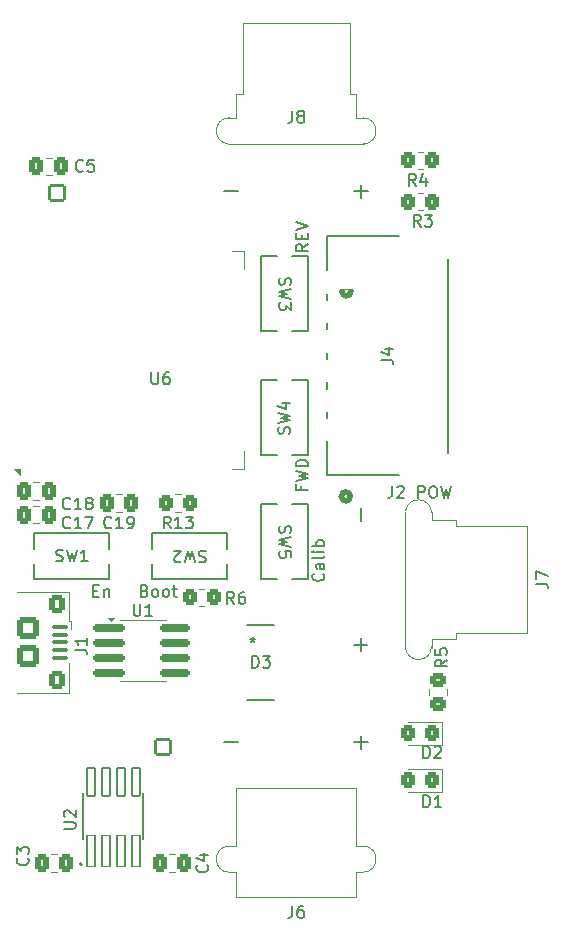
<source format=gto>
%TF.GenerationSoftware,KiCad,Pcbnew,8.0.1-8.0.1-1~ubuntu22.04.1*%
%TF.CreationDate,2024-04-21T23:11:14-04:00*%
%TF.ProjectId,arm_drive_j2,61726d5f-6472-4697-9665-5f6a322e6b69,rev?*%
%TF.SameCoordinates,Original*%
%TF.FileFunction,Legend,Top*%
%TF.FilePolarity,Positive*%
%FSLAX46Y46*%
G04 Gerber Fmt 4.6, Leading zero omitted, Abs format (unit mm)*
G04 Created by KiCad (PCBNEW 8.0.1-8.0.1-1~ubuntu22.04.1) date 2024-04-21 23:11:14*
%MOMM*%
%LPD*%
G01*
G04 APERTURE LIST*
G04 Aperture macros list*
%AMRoundRect*
0 Rectangle with rounded corners*
0 $1 Rounding radius*
0 $2 $3 $4 $5 $6 $7 $8 $9 X,Y pos of 4 corners*
0 Add a 4 corners polygon primitive as box body*
4,1,4,$2,$3,$4,$5,$6,$7,$8,$9,$2,$3,0*
0 Add four circle primitives for the rounded corners*
1,1,$1+$1,$2,$3*
1,1,$1+$1,$4,$5*
1,1,$1+$1,$6,$7*
1,1,$1+$1,$8,$9*
0 Add four rect primitives between the rounded corners*
20,1,$1+$1,$2,$3,$4,$5,0*
20,1,$1+$1,$4,$5,$6,$7,0*
20,1,$1+$1,$6,$7,$8,$9,0*
20,1,$1+$1,$8,$9,$2,$3,0*%
G04 Aperture macros list end*
%ADD10C,0.150000*%
%ADD11C,0.120000*%
%ADD12C,0.152400*%
%ADD13C,0.508000*%
%ADD14C,0.127000*%
%ADD15C,0.200000*%
%ADD16RoundRect,0.250000X-0.350000X-0.450000X0.350000X-0.450000X0.350000X0.450000X-0.350000X0.450000X0*%
%ADD17RoundRect,0.250000X0.337500X0.475000X-0.337500X0.475000X-0.337500X-0.475000X0.337500X-0.475000X0*%
%ADD18RoundRect,0.250000X0.325000X0.450000X-0.325000X0.450000X-0.325000X-0.450000X0.325000X-0.450000X0*%
%ADD19RoundRect,0.250000X0.350000X0.450000X-0.350000X0.450000X-0.350000X-0.450000X0.350000X-0.450000X0*%
%ADD20R,3.911600X1.803400*%
%ADD21R,4.495800X1.295400*%
%ADD22C,1.400000*%
%ADD23R,3.500000X3.500000*%
%ADD24C,3.500000*%
%ADD25R,0.609600X1.511300*%
%ADD26R,1.511300X0.609600*%
%ADD27R,0.900000X1.500000*%
%ADD28R,1.500000X0.900000*%
%ADD29R,3.900000X3.900000*%
%ADD30RoundRect,0.055580X0.341420X-1.316420X0.341420X1.316420X-0.341420X1.316420X-0.341420X-1.316420X0*%
%ADD31RoundRect,0.055580X0.341420X-1.191420X0.341420X1.191420X-0.341420X1.191420X-0.341420X-1.191420X0*%
%ADD32RoundRect,0.150000X-1.225000X-0.150000X1.225000X-0.150000X1.225000X0.150000X-1.225000X0.150000X0*%
%ADD33RoundRect,0.150000X-1.100000X-0.150000X1.100000X-0.150000X1.100000X0.150000X-1.100000X0.150000X0*%
%ADD34RoundRect,0.250000X-0.450000X0.350000X-0.450000X-0.350000X0.450000X-0.350000X0.450000X0.350000X0*%
%ADD35RoundRect,0.100000X-0.575000X0.100000X-0.575000X-0.100000X0.575000X-0.100000X0.575000X0.100000X0*%
%ADD36O,1.600000X0.900000*%
%ADD37RoundRect,0.250000X-0.450000X0.550000X-0.450000X-0.550000X0.450000X-0.550000X0.450000X0.550000X0*%
%ADD38RoundRect,0.250000X-0.700000X0.700000X-0.700000X-0.700000X0.700000X-0.700000X0.700000X0.700000X0*%
%ADD39RoundRect,0.250000X-0.337500X-0.475000X0.337500X-0.475000X0.337500X0.475000X-0.337500X0.475000X0*%
%ADD40R,2.704600X1.549400*%
%ADD41R,2.704600X1.524700*%
%ADD42C,2.600000*%
%ADD43C,3.800000*%
%ADD44C,3.350000*%
%ADD45RoundRect,0.102000X-0.634000X-0.634000X0.634000X-0.634000X0.634000X0.634000X-0.634000X0.634000X0*%
%ADD46C,1.472000*%
%ADD47R,2.400000X2.400000*%
%ADD48C,2.400000*%
%ADD49RoundRect,0.102000X0.634000X0.634000X-0.634000X0.634000X-0.634000X-0.634000X0.634000X-0.634000X0*%
G04 APERTURE END LIST*
D10*
X39946009Y-49069108D02*
X39946009Y-49402441D01*
X40469819Y-49402441D02*
X39469819Y-49402441D01*
X39469819Y-49402441D02*
X39469819Y-48926251D01*
X39469819Y-48640536D02*
X40469819Y-48402441D01*
X40469819Y-48402441D02*
X39755533Y-48211965D01*
X39755533Y-48211965D02*
X40469819Y-48021489D01*
X40469819Y-48021489D02*
X39469819Y-47783394D01*
X40469819Y-47402441D02*
X39469819Y-47402441D01*
X39469819Y-47402441D02*
X39469819Y-47164346D01*
X39469819Y-47164346D02*
X39517438Y-47021489D01*
X39517438Y-47021489D02*
X39612676Y-46926251D01*
X39612676Y-46926251D02*
X39707914Y-46878632D01*
X39707914Y-46878632D02*
X39898390Y-46831013D01*
X39898390Y-46831013D02*
X40041247Y-46831013D01*
X40041247Y-46831013D02*
X40231723Y-46878632D01*
X40231723Y-46878632D02*
X40326961Y-46926251D01*
X40326961Y-46926251D02*
X40422200Y-47021489D01*
X40422200Y-47021489D02*
X40469819Y-47164346D01*
X40469819Y-47164346D02*
X40469819Y-47402441D01*
X47622493Y-49069819D02*
X47622493Y-49784104D01*
X47622493Y-49784104D02*
X47574874Y-49926961D01*
X47574874Y-49926961D02*
X47479636Y-50022200D01*
X47479636Y-50022200D02*
X47336779Y-50069819D01*
X47336779Y-50069819D02*
X47241541Y-50069819D01*
X48051065Y-49165057D02*
X48098684Y-49117438D01*
X48098684Y-49117438D02*
X48193922Y-49069819D01*
X48193922Y-49069819D02*
X48432017Y-49069819D01*
X48432017Y-49069819D02*
X48527255Y-49117438D01*
X48527255Y-49117438D02*
X48574874Y-49165057D01*
X48574874Y-49165057D02*
X48622493Y-49260295D01*
X48622493Y-49260295D02*
X48622493Y-49355533D01*
X48622493Y-49355533D02*
X48574874Y-49498390D01*
X48574874Y-49498390D02*
X48003446Y-50069819D01*
X48003446Y-50069819D02*
X48622493Y-50069819D01*
X49812970Y-50069819D02*
X49812970Y-49069819D01*
X49812970Y-49069819D02*
X50193922Y-49069819D01*
X50193922Y-49069819D02*
X50289160Y-49117438D01*
X50289160Y-49117438D02*
X50336779Y-49165057D01*
X50336779Y-49165057D02*
X50384398Y-49260295D01*
X50384398Y-49260295D02*
X50384398Y-49403152D01*
X50384398Y-49403152D02*
X50336779Y-49498390D01*
X50336779Y-49498390D02*
X50289160Y-49546009D01*
X50289160Y-49546009D02*
X50193922Y-49593628D01*
X50193922Y-49593628D02*
X49812970Y-49593628D01*
X51003446Y-49069819D02*
X51193922Y-49069819D01*
X51193922Y-49069819D02*
X51289160Y-49117438D01*
X51289160Y-49117438D02*
X51384398Y-49212676D01*
X51384398Y-49212676D02*
X51432017Y-49403152D01*
X51432017Y-49403152D02*
X51432017Y-49736485D01*
X51432017Y-49736485D02*
X51384398Y-49926961D01*
X51384398Y-49926961D02*
X51289160Y-50022200D01*
X51289160Y-50022200D02*
X51193922Y-50069819D01*
X51193922Y-50069819D02*
X51003446Y-50069819D01*
X51003446Y-50069819D02*
X50908208Y-50022200D01*
X50908208Y-50022200D02*
X50812970Y-49926961D01*
X50812970Y-49926961D02*
X50765351Y-49736485D01*
X50765351Y-49736485D02*
X50765351Y-49403152D01*
X50765351Y-49403152D02*
X50812970Y-49212676D01*
X50812970Y-49212676D02*
X50908208Y-49117438D01*
X50908208Y-49117438D02*
X51003446Y-49069819D01*
X51765351Y-49069819D02*
X52003446Y-50069819D01*
X52003446Y-50069819D02*
X52193922Y-49355533D01*
X52193922Y-49355533D02*
X52384398Y-50069819D01*
X52384398Y-50069819D02*
X52622494Y-49069819D01*
X40478019Y-28593442D02*
X40001828Y-28926775D01*
X40478019Y-29164870D02*
X39478019Y-29164870D01*
X39478019Y-29164870D02*
X39478019Y-28783918D01*
X39478019Y-28783918D02*
X39525638Y-28688680D01*
X39525638Y-28688680D02*
X39573257Y-28641061D01*
X39573257Y-28641061D02*
X39668495Y-28593442D01*
X39668495Y-28593442D02*
X39811352Y-28593442D01*
X39811352Y-28593442D02*
X39906590Y-28641061D01*
X39906590Y-28641061D02*
X39954209Y-28688680D01*
X39954209Y-28688680D02*
X40001828Y-28783918D01*
X40001828Y-28783918D02*
X40001828Y-29164870D01*
X39954209Y-28164870D02*
X39954209Y-27831537D01*
X40478019Y-27688680D02*
X40478019Y-28164870D01*
X40478019Y-28164870D02*
X39478019Y-28164870D01*
X39478019Y-28164870D02*
X39478019Y-27688680D01*
X39478019Y-27402965D02*
X40478019Y-27069632D01*
X40478019Y-27069632D02*
X39478019Y-26736299D01*
X41774580Y-56491792D02*
X41822200Y-56539411D01*
X41822200Y-56539411D02*
X41869819Y-56682268D01*
X41869819Y-56682268D02*
X41869819Y-56777506D01*
X41869819Y-56777506D02*
X41822200Y-56920363D01*
X41822200Y-56920363D02*
X41726961Y-57015601D01*
X41726961Y-57015601D02*
X41631723Y-57063220D01*
X41631723Y-57063220D02*
X41441247Y-57110839D01*
X41441247Y-57110839D02*
X41298390Y-57110839D01*
X41298390Y-57110839D02*
X41107914Y-57063220D01*
X41107914Y-57063220D02*
X41012676Y-57015601D01*
X41012676Y-57015601D02*
X40917438Y-56920363D01*
X40917438Y-56920363D02*
X40869819Y-56777506D01*
X40869819Y-56777506D02*
X40869819Y-56682268D01*
X40869819Y-56682268D02*
X40917438Y-56539411D01*
X40917438Y-56539411D02*
X40965057Y-56491792D01*
X41869819Y-55634649D02*
X41346009Y-55634649D01*
X41346009Y-55634649D02*
X41250771Y-55682268D01*
X41250771Y-55682268D02*
X41203152Y-55777506D01*
X41203152Y-55777506D02*
X41203152Y-55967982D01*
X41203152Y-55967982D02*
X41250771Y-56063220D01*
X41822200Y-55634649D02*
X41869819Y-55729887D01*
X41869819Y-55729887D02*
X41869819Y-55967982D01*
X41869819Y-55967982D02*
X41822200Y-56063220D01*
X41822200Y-56063220D02*
X41726961Y-56110839D01*
X41726961Y-56110839D02*
X41631723Y-56110839D01*
X41631723Y-56110839D02*
X41536485Y-56063220D01*
X41536485Y-56063220D02*
X41488866Y-55967982D01*
X41488866Y-55967982D02*
X41488866Y-55729887D01*
X41488866Y-55729887D02*
X41441247Y-55634649D01*
X41869819Y-55015601D02*
X41822200Y-55110839D01*
X41822200Y-55110839D02*
X41726961Y-55158458D01*
X41726961Y-55158458D02*
X40869819Y-55158458D01*
X41869819Y-54634648D02*
X41203152Y-54634648D01*
X40869819Y-54634648D02*
X40917438Y-54682267D01*
X40917438Y-54682267D02*
X40965057Y-54634648D01*
X40965057Y-54634648D02*
X40917438Y-54587029D01*
X40917438Y-54587029D02*
X40869819Y-54634648D01*
X40869819Y-54634648D02*
X40965057Y-54634648D01*
X41869819Y-54158458D02*
X40869819Y-54158458D01*
X41250771Y-54158458D02*
X41203152Y-54063220D01*
X41203152Y-54063220D02*
X41203152Y-53872744D01*
X41203152Y-53872744D02*
X41250771Y-53777506D01*
X41250771Y-53777506D02*
X41298390Y-53729887D01*
X41298390Y-53729887D02*
X41393628Y-53682268D01*
X41393628Y-53682268D02*
X41679342Y-53682268D01*
X41679342Y-53682268D02*
X41774580Y-53729887D01*
X41774580Y-53729887D02*
X41822200Y-53777506D01*
X41822200Y-53777506D02*
X41869819Y-53872744D01*
X41869819Y-53872744D02*
X41869819Y-54063220D01*
X41869819Y-54063220D02*
X41822200Y-54158458D01*
X22336779Y-57946009D02*
X22670112Y-57946009D01*
X22812969Y-58469819D02*
X22336779Y-58469819D01*
X22336779Y-58469819D02*
X22336779Y-57469819D01*
X22336779Y-57469819D02*
X22812969Y-57469819D01*
X23241541Y-57803152D02*
X23241541Y-58469819D01*
X23241541Y-57898390D02*
X23289160Y-57850771D01*
X23289160Y-57850771D02*
X23384398Y-57803152D01*
X23384398Y-57803152D02*
X23527255Y-57803152D01*
X23527255Y-57803152D02*
X23622493Y-57850771D01*
X23622493Y-57850771D02*
X23670112Y-57946009D01*
X23670112Y-57946009D02*
X23670112Y-58469819D01*
X26670112Y-57946009D02*
X26812969Y-57993628D01*
X26812969Y-57993628D02*
X26860588Y-58041247D01*
X26860588Y-58041247D02*
X26908207Y-58136485D01*
X26908207Y-58136485D02*
X26908207Y-58279342D01*
X26908207Y-58279342D02*
X26860588Y-58374580D01*
X26860588Y-58374580D02*
X26812969Y-58422200D01*
X26812969Y-58422200D02*
X26717731Y-58469819D01*
X26717731Y-58469819D02*
X26336779Y-58469819D01*
X26336779Y-58469819D02*
X26336779Y-57469819D01*
X26336779Y-57469819D02*
X26670112Y-57469819D01*
X26670112Y-57469819D02*
X26765350Y-57517438D01*
X26765350Y-57517438D02*
X26812969Y-57565057D01*
X26812969Y-57565057D02*
X26860588Y-57660295D01*
X26860588Y-57660295D02*
X26860588Y-57755533D01*
X26860588Y-57755533D02*
X26812969Y-57850771D01*
X26812969Y-57850771D02*
X26765350Y-57898390D01*
X26765350Y-57898390D02*
X26670112Y-57946009D01*
X26670112Y-57946009D02*
X26336779Y-57946009D01*
X27479636Y-58469819D02*
X27384398Y-58422200D01*
X27384398Y-58422200D02*
X27336779Y-58374580D01*
X27336779Y-58374580D02*
X27289160Y-58279342D01*
X27289160Y-58279342D02*
X27289160Y-57993628D01*
X27289160Y-57993628D02*
X27336779Y-57898390D01*
X27336779Y-57898390D02*
X27384398Y-57850771D01*
X27384398Y-57850771D02*
X27479636Y-57803152D01*
X27479636Y-57803152D02*
X27622493Y-57803152D01*
X27622493Y-57803152D02*
X27717731Y-57850771D01*
X27717731Y-57850771D02*
X27765350Y-57898390D01*
X27765350Y-57898390D02*
X27812969Y-57993628D01*
X27812969Y-57993628D02*
X27812969Y-58279342D01*
X27812969Y-58279342D02*
X27765350Y-58374580D01*
X27765350Y-58374580D02*
X27717731Y-58422200D01*
X27717731Y-58422200D02*
X27622493Y-58469819D01*
X27622493Y-58469819D02*
X27479636Y-58469819D01*
X28384398Y-58469819D02*
X28289160Y-58422200D01*
X28289160Y-58422200D02*
X28241541Y-58374580D01*
X28241541Y-58374580D02*
X28193922Y-58279342D01*
X28193922Y-58279342D02*
X28193922Y-57993628D01*
X28193922Y-57993628D02*
X28241541Y-57898390D01*
X28241541Y-57898390D02*
X28289160Y-57850771D01*
X28289160Y-57850771D02*
X28384398Y-57803152D01*
X28384398Y-57803152D02*
X28527255Y-57803152D01*
X28527255Y-57803152D02*
X28622493Y-57850771D01*
X28622493Y-57850771D02*
X28670112Y-57898390D01*
X28670112Y-57898390D02*
X28717731Y-57993628D01*
X28717731Y-57993628D02*
X28717731Y-58279342D01*
X28717731Y-58279342D02*
X28670112Y-58374580D01*
X28670112Y-58374580D02*
X28622493Y-58422200D01*
X28622493Y-58422200D02*
X28527255Y-58469819D01*
X28527255Y-58469819D02*
X28384398Y-58469819D01*
X29003446Y-57803152D02*
X29384398Y-57803152D01*
X29146303Y-57469819D02*
X29146303Y-58326961D01*
X29146303Y-58326961D02*
X29193922Y-58422200D01*
X29193922Y-58422200D02*
X29289160Y-58469819D01*
X29289160Y-58469819D02*
X29384398Y-58469819D01*
X49633333Y-23654819D02*
X49300000Y-23178628D01*
X49061905Y-23654819D02*
X49061905Y-22654819D01*
X49061905Y-22654819D02*
X49442857Y-22654819D01*
X49442857Y-22654819D02*
X49538095Y-22702438D01*
X49538095Y-22702438D02*
X49585714Y-22750057D01*
X49585714Y-22750057D02*
X49633333Y-22845295D01*
X49633333Y-22845295D02*
X49633333Y-22988152D01*
X49633333Y-22988152D02*
X49585714Y-23083390D01*
X49585714Y-23083390D02*
X49538095Y-23131009D01*
X49538095Y-23131009D02*
X49442857Y-23178628D01*
X49442857Y-23178628D02*
X49061905Y-23178628D01*
X50490476Y-22988152D02*
X50490476Y-23654819D01*
X50252381Y-22607200D02*
X50014286Y-23321485D01*
X50014286Y-23321485D02*
X50633333Y-23321485D01*
X23857142Y-52559580D02*
X23809523Y-52607200D01*
X23809523Y-52607200D02*
X23666666Y-52654819D01*
X23666666Y-52654819D02*
X23571428Y-52654819D01*
X23571428Y-52654819D02*
X23428571Y-52607200D01*
X23428571Y-52607200D02*
X23333333Y-52511961D01*
X23333333Y-52511961D02*
X23285714Y-52416723D01*
X23285714Y-52416723D02*
X23238095Y-52226247D01*
X23238095Y-52226247D02*
X23238095Y-52083390D01*
X23238095Y-52083390D02*
X23285714Y-51892914D01*
X23285714Y-51892914D02*
X23333333Y-51797676D01*
X23333333Y-51797676D02*
X23428571Y-51702438D01*
X23428571Y-51702438D02*
X23571428Y-51654819D01*
X23571428Y-51654819D02*
X23666666Y-51654819D01*
X23666666Y-51654819D02*
X23809523Y-51702438D01*
X23809523Y-51702438D02*
X23857142Y-51750057D01*
X24809523Y-52654819D02*
X24238095Y-52654819D01*
X24523809Y-52654819D02*
X24523809Y-51654819D01*
X24523809Y-51654819D02*
X24428571Y-51797676D01*
X24428571Y-51797676D02*
X24333333Y-51892914D01*
X24333333Y-51892914D02*
X24238095Y-51940533D01*
X25285714Y-52654819D02*
X25476190Y-52654819D01*
X25476190Y-52654819D02*
X25571428Y-52607200D01*
X25571428Y-52607200D02*
X25619047Y-52559580D01*
X25619047Y-52559580D02*
X25714285Y-52416723D01*
X25714285Y-52416723D02*
X25761904Y-52226247D01*
X25761904Y-52226247D02*
X25761904Y-51845295D01*
X25761904Y-51845295D02*
X25714285Y-51750057D01*
X25714285Y-51750057D02*
X25666666Y-51702438D01*
X25666666Y-51702438D02*
X25571428Y-51654819D01*
X25571428Y-51654819D02*
X25380952Y-51654819D01*
X25380952Y-51654819D02*
X25285714Y-51702438D01*
X25285714Y-51702438D02*
X25238095Y-51750057D01*
X25238095Y-51750057D02*
X25190476Y-51845295D01*
X25190476Y-51845295D02*
X25190476Y-52083390D01*
X25190476Y-52083390D02*
X25238095Y-52178628D01*
X25238095Y-52178628D02*
X25285714Y-52226247D01*
X25285714Y-52226247D02*
X25380952Y-52273866D01*
X25380952Y-52273866D02*
X25571428Y-52273866D01*
X25571428Y-52273866D02*
X25666666Y-52226247D01*
X25666666Y-52226247D02*
X25714285Y-52178628D01*
X25714285Y-52178628D02*
X25761904Y-52083390D01*
X50261905Y-76254819D02*
X50261905Y-75254819D01*
X50261905Y-75254819D02*
X50500000Y-75254819D01*
X50500000Y-75254819D02*
X50642857Y-75302438D01*
X50642857Y-75302438D02*
X50738095Y-75397676D01*
X50738095Y-75397676D02*
X50785714Y-75492914D01*
X50785714Y-75492914D02*
X50833333Y-75683390D01*
X50833333Y-75683390D02*
X50833333Y-75826247D01*
X50833333Y-75826247D02*
X50785714Y-76016723D01*
X50785714Y-76016723D02*
X50738095Y-76111961D01*
X50738095Y-76111961D02*
X50642857Y-76207200D01*
X50642857Y-76207200D02*
X50500000Y-76254819D01*
X50500000Y-76254819D02*
X50261905Y-76254819D01*
X51785714Y-76254819D02*
X51214286Y-76254819D01*
X51500000Y-76254819D02*
X51500000Y-75254819D01*
X51500000Y-75254819D02*
X51404762Y-75397676D01*
X51404762Y-75397676D02*
X51309524Y-75492914D01*
X51309524Y-75492914D02*
X51214286Y-75540533D01*
X34233333Y-59054819D02*
X33900000Y-58578628D01*
X33661905Y-59054819D02*
X33661905Y-58054819D01*
X33661905Y-58054819D02*
X34042857Y-58054819D01*
X34042857Y-58054819D02*
X34138095Y-58102438D01*
X34138095Y-58102438D02*
X34185714Y-58150057D01*
X34185714Y-58150057D02*
X34233333Y-58245295D01*
X34233333Y-58245295D02*
X34233333Y-58388152D01*
X34233333Y-58388152D02*
X34185714Y-58483390D01*
X34185714Y-58483390D02*
X34138095Y-58531009D01*
X34138095Y-58531009D02*
X34042857Y-58578628D01*
X34042857Y-58578628D02*
X33661905Y-58578628D01*
X35090476Y-58054819D02*
X34900000Y-58054819D01*
X34900000Y-58054819D02*
X34804762Y-58102438D01*
X34804762Y-58102438D02*
X34757143Y-58150057D01*
X34757143Y-58150057D02*
X34661905Y-58292914D01*
X34661905Y-58292914D02*
X34614286Y-58483390D01*
X34614286Y-58483390D02*
X34614286Y-58864342D01*
X34614286Y-58864342D02*
X34661905Y-58959580D01*
X34661905Y-58959580D02*
X34709524Y-59007200D01*
X34709524Y-59007200D02*
X34804762Y-59054819D01*
X34804762Y-59054819D02*
X34995238Y-59054819D01*
X34995238Y-59054819D02*
X35090476Y-59007200D01*
X35090476Y-59007200D02*
X35138095Y-58959580D01*
X35138095Y-58959580D02*
X35185714Y-58864342D01*
X35185714Y-58864342D02*
X35185714Y-58626247D01*
X35185714Y-58626247D02*
X35138095Y-58531009D01*
X35138095Y-58531009D02*
X35090476Y-58483390D01*
X35090476Y-58483390D02*
X34995238Y-58435771D01*
X34995238Y-58435771D02*
X34804762Y-58435771D01*
X34804762Y-58435771D02*
X34709524Y-58483390D01*
X34709524Y-58483390D02*
X34661905Y-58531009D01*
X34661905Y-58531009D02*
X34614286Y-58626247D01*
X46708620Y-38383334D02*
X47422905Y-38383334D01*
X47422905Y-38383334D02*
X47565762Y-38430953D01*
X47565762Y-38430953D02*
X47661001Y-38526191D01*
X47661001Y-38526191D02*
X47708620Y-38669048D01*
X47708620Y-38669048D02*
X47708620Y-38764286D01*
X47041953Y-37478572D02*
X47708620Y-37478572D01*
X46661001Y-37716667D02*
X47375286Y-37954762D01*
X47375286Y-37954762D02*
X47375286Y-37335715D01*
X39166666Y-17304819D02*
X39166666Y-18019104D01*
X39166666Y-18019104D02*
X39119047Y-18161961D01*
X39119047Y-18161961D02*
X39023809Y-18257200D01*
X39023809Y-18257200D02*
X38880952Y-18304819D01*
X38880952Y-18304819D02*
X38785714Y-18304819D01*
X39785714Y-17733390D02*
X39690476Y-17685771D01*
X39690476Y-17685771D02*
X39642857Y-17638152D01*
X39642857Y-17638152D02*
X39595238Y-17542914D01*
X39595238Y-17542914D02*
X39595238Y-17495295D01*
X39595238Y-17495295D02*
X39642857Y-17400057D01*
X39642857Y-17400057D02*
X39690476Y-17352438D01*
X39690476Y-17352438D02*
X39785714Y-17304819D01*
X39785714Y-17304819D02*
X39976190Y-17304819D01*
X39976190Y-17304819D02*
X40071428Y-17352438D01*
X40071428Y-17352438D02*
X40119047Y-17400057D01*
X40119047Y-17400057D02*
X40166666Y-17495295D01*
X40166666Y-17495295D02*
X40166666Y-17542914D01*
X40166666Y-17542914D02*
X40119047Y-17638152D01*
X40119047Y-17638152D02*
X40071428Y-17685771D01*
X40071428Y-17685771D02*
X39976190Y-17733390D01*
X39976190Y-17733390D02*
X39785714Y-17733390D01*
X39785714Y-17733390D02*
X39690476Y-17781009D01*
X39690476Y-17781009D02*
X39642857Y-17828628D01*
X39642857Y-17828628D02*
X39595238Y-17923866D01*
X39595238Y-17923866D02*
X39595238Y-18114342D01*
X39595238Y-18114342D02*
X39642857Y-18209580D01*
X39642857Y-18209580D02*
X39690476Y-18257200D01*
X39690476Y-18257200D02*
X39785714Y-18304819D01*
X39785714Y-18304819D02*
X39976190Y-18304819D01*
X39976190Y-18304819D02*
X40071428Y-18257200D01*
X40071428Y-18257200D02*
X40119047Y-18209580D01*
X40119047Y-18209580D02*
X40166666Y-18114342D01*
X40166666Y-18114342D02*
X40166666Y-17923866D01*
X40166666Y-17923866D02*
X40119047Y-17828628D01*
X40119047Y-17828628D02*
X40071428Y-17781009D01*
X40071428Y-17781009D02*
X39976190Y-17733390D01*
X44428571Y-24114700D02*
X45571429Y-24114700D01*
X45000000Y-24686128D02*
X45000000Y-23543271D01*
X33428571Y-24114700D02*
X34571429Y-24114700D01*
X38092800Y-31470317D02*
X38045180Y-31613174D01*
X38045180Y-31613174D02*
X38045180Y-31851269D01*
X38045180Y-31851269D02*
X38092800Y-31946507D01*
X38092800Y-31946507D02*
X38140419Y-31994126D01*
X38140419Y-31994126D02*
X38235657Y-32041745D01*
X38235657Y-32041745D02*
X38330895Y-32041745D01*
X38330895Y-32041745D02*
X38426133Y-31994126D01*
X38426133Y-31994126D02*
X38473752Y-31946507D01*
X38473752Y-31946507D02*
X38521371Y-31851269D01*
X38521371Y-31851269D02*
X38568990Y-31660793D01*
X38568990Y-31660793D02*
X38616609Y-31565555D01*
X38616609Y-31565555D02*
X38664228Y-31517936D01*
X38664228Y-31517936D02*
X38759466Y-31470317D01*
X38759466Y-31470317D02*
X38854704Y-31470317D01*
X38854704Y-31470317D02*
X38949942Y-31517936D01*
X38949942Y-31517936D02*
X38997561Y-31565555D01*
X38997561Y-31565555D02*
X39045180Y-31660793D01*
X39045180Y-31660793D02*
X39045180Y-31898888D01*
X39045180Y-31898888D02*
X38997561Y-32041745D01*
X39045180Y-32375079D02*
X38045180Y-32613174D01*
X38045180Y-32613174D02*
X38759466Y-32803650D01*
X38759466Y-32803650D02*
X38045180Y-32994126D01*
X38045180Y-32994126D02*
X39045180Y-33232222D01*
X39045180Y-33517936D02*
X39045180Y-34136983D01*
X39045180Y-34136983D02*
X38664228Y-33803650D01*
X38664228Y-33803650D02*
X38664228Y-33946507D01*
X38664228Y-33946507D02*
X38616609Y-34041745D01*
X38616609Y-34041745D02*
X38568990Y-34089364D01*
X38568990Y-34089364D02*
X38473752Y-34136983D01*
X38473752Y-34136983D02*
X38235657Y-34136983D01*
X38235657Y-34136983D02*
X38140419Y-34089364D01*
X38140419Y-34089364D02*
X38092800Y-34041745D01*
X38092800Y-34041745D02*
X38045180Y-33946507D01*
X38045180Y-33946507D02*
X38045180Y-33660793D01*
X38045180Y-33660793D02*
X38092800Y-33565555D01*
X38092800Y-33565555D02*
X38140419Y-33517936D01*
X31833332Y-54592800D02*
X31690475Y-54545180D01*
X31690475Y-54545180D02*
X31452380Y-54545180D01*
X31452380Y-54545180D02*
X31357142Y-54592800D01*
X31357142Y-54592800D02*
X31309523Y-54640419D01*
X31309523Y-54640419D02*
X31261904Y-54735657D01*
X31261904Y-54735657D02*
X31261904Y-54830895D01*
X31261904Y-54830895D02*
X31309523Y-54926133D01*
X31309523Y-54926133D02*
X31357142Y-54973752D01*
X31357142Y-54973752D02*
X31452380Y-55021371D01*
X31452380Y-55021371D02*
X31642856Y-55068990D01*
X31642856Y-55068990D02*
X31738094Y-55116609D01*
X31738094Y-55116609D02*
X31785713Y-55164228D01*
X31785713Y-55164228D02*
X31833332Y-55259466D01*
X31833332Y-55259466D02*
X31833332Y-55354704D01*
X31833332Y-55354704D02*
X31785713Y-55449942D01*
X31785713Y-55449942D02*
X31738094Y-55497561D01*
X31738094Y-55497561D02*
X31642856Y-55545180D01*
X31642856Y-55545180D02*
X31404761Y-55545180D01*
X31404761Y-55545180D02*
X31261904Y-55497561D01*
X30928570Y-55545180D02*
X30690475Y-54545180D01*
X30690475Y-54545180D02*
X30499999Y-55259466D01*
X30499999Y-55259466D02*
X30309523Y-54545180D01*
X30309523Y-54545180D02*
X30071428Y-55545180D01*
X29738094Y-55449942D02*
X29690475Y-55497561D01*
X29690475Y-55497561D02*
X29595237Y-55545180D01*
X29595237Y-55545180D02*
X29357142Y-55545180D01*
X29357142Y-55545180D02*
X29261904Y-55497561D01*
X29261904Y-55497561D02*
X29214285Y-55449942D01*
X29214285Y-55449942D02*
X29166666Y-55354704D01*
X29166666Y-55354704D02*
X29166666Y-55259466D01*
X29166666Y-55259466D02*
X29214285Y-55116609D01*
X29214285Y-55116609D02*
X29785713Y-54545180D01*
X29785713Y-54545180D02*
X29166666Y-54545180D01*
X27238095Y-39454819D02*
X27238095Y-40264342D01*
X27238095Y-40264342D02*
X27285714Y-40359580D01*
X27285714Y-40359580D02*
X27333333Y-40407200D01*
X27333333Y-40407200D02*
X27428571Y-40454819D01*
X27428571Y-40454819D02*
X27619047Y-40454819D01*
X27619047Y-40454819D02*
X27714285Y-40407200D01*
X27714285Y-40407200D02*
X27761904Y-40359580D01*
X27761904Y-40359580D02*
X27809523Y-40264342D01*
X27809523Y-40264342D02*
X27809523Y-39454819D01*
X28714285Y-39454819D02*
X28523809Y-39454819D01*
X28523809Y-39454819D02*
X28428571Y-39502438D01*
X28428571Y-39502438D02*
X28380952Y-39550057D01*
X28380952Y-39550057D02*
X28285714Y-39692914D01*
X28285714Y-39692914D02*
X28238095Y-39883390D01*
X28238095Y-39883390D02*
X28238095Y-40264342D01*
X28238095Y-40264342D02*
X28285714Y-40359580D01*
X28285714Y-40359580D02*
X28333333Y-40407200D01*
X28333333Y-40407200D02*
X28428571Y-40454819D01*
X28428571Y-40454819D02*
X28619047Y-40454819D01*
X28619047Y-40454819D02*
X28714285Y-40407200D01*
X28714285Y-40407200D02*
X28761904Y-40359580D01*
X28761904Y-40359580D02*
X28809523Y-40264342D01*
X28809523Y-40264342D02*
X28809523Y-40026247D01*
X28809523Y-40026247D02*
X28761904Y-39931009D01*
X28761904Y-39931009D02*
X28714285Y-39883390D01*
X28714285Y-39883390D02*
X28619047Y-39835771D01*
X28619047Y-39835771D02*
X28428571Y-39835771D01*
X28428571Y-39835771D02*
X28333333Y-39883390D01*
X28333333Y-39883390D02*
X28285714Y-39931009D01*
X28285714Y-39931009D02*
X28238095Y-40026247D01*
X19166667Y-55407200D02*
X19309524Y-55454819D01*
X19309524Y-55454819D02*
X19547619Y-55454819D01*
X19547619Y-55454819D02*
X19642857Y-55407200D01*
X19642857Y-55407200D02*
X19690476Y-55359580D01*
X19690476Y-55359580D02*
X19738095Y-55264342D01*
X19738095Y-55264342D02*
X19738095Y-55169104D01*
X19738095Y-55169104D02*
X19690476Y-55073866D01*
X19690476Y-55073866D02*
X19642857Y-55026247D01*
X19642857Y-55026247D02*
X19547619Y-54978628D01*
X19547619Y-54978628D02*
X19357143Y-54931009D01*
X19357143Y-54931009D02*
X19261905Y-54883390D01*
X19261905Y-54883390D02*
X19214286Y-54835771D01*
X19214286Y-54835771D02*
X19166667Y-54740533D01*
X19166667Y-54740533D02*
X19166667Y-54645295D01*
X19166667Y-54645295D02*
X19214286Y-54550057D01*
X19214286Y-54550057D02*
X19261905Y-54502438D01*
X19261905Y-54502438D02*
X19357143Y-54454819D01*
X19357143Y-54454819D02*
X19595238Y-54454819D01*
X19595238Y-54454819D02*
X19738095Y-54502438D01*
X20071429Y-54454819D02*
X20309524Y-55454819D01*
X20309524Y-55454819D02*
X20500000Y-54740533D01*
X20500000Y-54740533D02*
X20690476Y-55454819D01*
X20690476Y-55454819D02*
X20928572Y-54454819D01*
X21833333Y-55454819D02*
X21261905Y-55454819D01*
X21547619Y-55454819D02*
X21547619Y-54454819D01*
X21547619Y-54454819D02*
X21452381Y-54597676D01*
X21452381Y-54597676D02*
X21357143Y-54692914D01*
X21357143Y-54692914D02*
X21261905Y-54740533D01*
X50261905Y-72104819D02*
X50261905Y-71104819D01*
X50261905Y-71104819D02*
X50500000Y-71104819D01*
X50500000Y-71104819D02*
X50642857Y-71152438D01*
X50642857Y-71152438D02*
X50738095Y-71247676D01*
X50738095Y-71247676D02*
X50785714Y-71342914D01*
X50785714Y-71342914D02*
X50833333Y-71533390D01*
X50833333Y-71533390D02*
X50833333Y-71676247D01*
X50833333Y-71676247D02*
X50785714Y-71866723D01*
X50785714Y-71866723D02*
X50738095Y-71961961D01*
X50738095Y-71961961D02*
X50642857Y-72057200D01*
X50642857Y-72057200D02*
X50500000Y-72104819D01*
X50500000Y-72104819D02*
X50261905Y-72104819D01*
X51214286Y-71200057D02*
X51261905Y-71152438D01*
X51261905Y-71152438D02*
X51357143Y-71104819D01*
X51357143Y-71104819D02*
X51595238Y-71104819D01*
X51595238Y-71104819D02*
X51690476Y-71152438D01*
X51690476Y-71152438D02*
X51738095Y-71200057D01*
X51738095Y-71200057D02*
X51785714Y-71295295D01*
X51785714Y-71295295D02*
X51785714Y-71390533D01*
X51785714Y-71390533D02*
X51738095Y-71533390D01*
X51738095Y-71533390D02*
X51166667Y-72104819D01*
X51166667Y-72104819D02*
X51785714Y-72104819D01*
X28857142Y-52654819D02*
X28523809Y-52178628D01*
X28285714Y-52654819D02*
X28285714Y-51654819D01*
X28285714Y-51654819D02*
X28666666Y-51654819D01*
X28666666Y-51654819D02*
X28761904Y-51702438D01*
X28761904Y-51702438D02*
X28809523Y-51750057D01*
X28809523Y-51750057D02*
X28857142Y-51845295D01*
X28857142Y-51845295D02*
X28857142Y-51988152D01*
X28857142Y-51988152D02*
X28809523Y-52083390D01*
X28809523Y-52083390D02*
X28761904Y-52131009D01*
X28761904Y-52131009D02*
X28666666Y-52178628D01*
X28666666Y-52178628D02*
X28285714Y-52178628D01*
X29809523Y-52654819D02*
X29238095Y-52654819D01*
X29523809Y-52654819D02*
X29523809Y-51654819D01*
X29523809Y-51654819D02*
X29428571Y-51797676D01*
X29428571Y-51797676D02*
X29333333Y-51892914D01*
X29333333Y-51892914D02*
X29238095Y-51940533D01*
X30142857Y-51654819D02*
X30761904Y-51654819D01*
X30761904Y-51654819D02*
X30428571Y-52035771D01*
X30428571Y-52035771D02*
X30571428Y-52035771D01*
X30571428Y-52035771D02*
X30666666Y-52083390D01*
X30666666Y-52083390D02*
X30714285Y-52131009D01*
X30714285Y-52131009D02*
X30761904Y-52226247D01*
X30761904Y-52226247D02*
X30761904Y-52464342D01*
X30761904Y-52464342D02*
X30714285Y-52559580D01*
X30714285Y-52559580D02*
X30666666Y-52607200D01*
X30666666Y-52607200D02*
X30571428Y-52654819D01*
X30571428Y-52654819D02*
X30285714Y-52654819D01*
X30285714Y-52654819D02*
X30190476Y-52607200D01*
X30190476Y-52607200D02*
X30142857Y-52559580D01*
X19819819Y-78086904D02*
X20629342Y-78086904D01*
X20629342Y-78086904D02*
X20724580Y-78039285D01*
X20724580Y-78039285D02*
X20772200Y-77991666D01*
X20772200Y-77991666D02*
X20819819Y-77896428D01*
X20819819Y-77896428D02*
X20819819Y-77705952D01*
X20819819Y-77705952D02*
X20772200Y-77610714D01*
X20772200Y-77610714D02*
X20724580Y-77563095D01*
X20724580Y-77563095D02*
X20629342Y-77515476D01*
X20629342Y-77515476D02*
X19819819Y-77515476D01*
X19915057Y-77086904D02*
X19867438Y-77039285D01*
X19867438Y-77039285D02*
X19819819Y-76944047D01*
X19819819Y-76944047D02*
X19819819Y-76705952D01*
X19819819Y-76705952D02*
X19867438Y-76610714D01*
X19867438Y-76610714D02*
X19915057Y-76563095D01*
X19915057Y-76563095D02*
X20010295Y-76515476D01*
X20010295Y-76515476D02*
X20105533Y-76515476D01*
X20105533Y-76515476D02*
X20248390Y-76563095D01*
X20248390Y-76563095D02*
X20819819Y-77134523D01*
X20819819Y-77134523D02*
X20819819Y-76515476D01*
X39166666Y-84619819D02*
X39166666Y-85334104D01*
X39166666Y-85334104D02*
X39119047Y-85476961D01*
X39119047Y-85476961D02*
X39023809Y-85572200D01*
X39023809Y-85572200D02*
X38880952Y-85619819D01*
X38880952Y-85619819D02*
X38785714Y-85619819D01*
X40071428Y-84619819D02*
X39880952Y-84619819D01*
X39880952Y-84619819D02*
X39785714Y-84667438D01*
X39785714Y-84667438D02*
X39738095Y-84715057D01*
X39738095Y-84715057D02*
X39642857Y-84857914D01*
X39642857Y-84857914D02*
X39595238Y-85048390D01*
X39595238Y-85048390D02*
X39595238Y-85429342D01*
X39595238Y-85429342D02*
X39642857Y-85524580D01*
X39642857Y-85524580D02*
X39690476Y-85572200D01*
X39690476Y-85572200D02*
X39785714Y-85619819D01*
X39785714Y-85619819D02*
X39976190Y-85619819D01*
X39976190Y-85619819D02*
X40071428Y-85572200D01*
X40071428Y-85572200D02*
X40119047Y-85524580D01*
X40119047Y-85524580D02*
X40166666Y-85429342D01*
X40166666Y-85429342D02*
X40166666Y-85191247D01*
X40166666Y-85191247D02*
X40119047Y-85096009D01*
X40119047Y-85096009D02*
X40071428Y-85048390D01*
X40071428Y-85048390D02*
X39976190Y-85000771D01*
X39976190Y-85000771D02*
X39785714Y-85000771D01*
X39785714Y-85000771D02*
X39690476Y-85048390D01*
X39690476Y-85048390D02*
X39642857Y-85096009D01*
X39642857Y-85096009D02*
X39595238Y-85191247D01*
X44428571Y-70779700D02*
X45571429Y-70779700D01*
X45000000Y-71351128D02*
X45000000Y-70208271D01*
X33428571Y-70779700D02*
X34571429Y-70779700D01*
X50033333Y-27104819D02*
X49700000Y-26628628D01*
X49461905Y-27104819D02*
X49461905Y-26104819D01*
X49461905Y-26104819D02*
X49842857Y-26104819D01*
X49842857Y-26104819D02*
X49938095Y-26152438D01*
X49938095Y-26152438D02*
X49985714Y-26200057D01*
X49985714Y-26200057D02*
X50033333Y-26295295D01*
X50033333Y-26295295D02*
X50033333Y-26438152D01*
X50033333Y-26438152D02*
X49985714Y-26533390D01*
X49985714Y-26533390D02*
X49938095Y-26581009D01*
X49938095Y-26581009D02*
X49842857Y-26628628D01*
X49842857Y-26628628D02*
X49461905Y-26628628D01*
X50366667Y-26104819D02*
X50985714Y-26104819D01*
X50985714Y-26104819D02*
X50652381Y-26485771D01*
X50652381Y-26485771D02*
X50795238Y-26485771D01*
X50795238Y-26485771D02*
X50890476Y-26533390D01*
X50890476Y-26533390D02*
X50938095Y-26581009D01*
X50938095Y-26581009D02*
X50985714Y-26676247D01*
X50985714Y-26676247D02*
X50985714Y-26914342D01*
X50985714Y-26914342D02*
X50938095Y-27009580D01*
X50938095Y-27009580D02*
X50890476Y-27057200D01*
X50890476Y-27057200D02*
X50795238Y-27104819D01*
X50795238Y-27104819D02*
X50509524Y-27104819D01*
X50509524Y-27104819D02*
X50414286Y-27057200D01*
X50414286Y-27057200D02*
X50366667Y-27009580D01*
X38092800Y-52470317D02*
X38045180Y-52613174D01*
X38045180Y-52613174D02*
X38045180Y-52851269D01*
X38045180Y-52851269D02*
X38092800Y-52946507D01*
X38092800Y-52946507D02*
X38140419Y-52994126D01*
X38140419Y-52994126D02*
X38235657Y-53041745D01*
X38235657Y-53041745D02*
X38330895Y-53041745D01*
X38330895Y-53041745D02*
X38426133Y-52994126D01*
X38426133Y-52994126D02*
X38473752Y-52946507D01*
X38473752Y-52946507D02*
X38521371Y-52851269D01*
X38521371Y-52851269D02*
X38568990Y-52660793D01*
X38568990Y-52660793D02*
X38616609Y-52565555D01*
X38616609Y-52565555D02*
X38664228Y-52517936D01*
X38664228Y-52517936D02*
X38759466Y-52470317D01*
X38759466Y-52470317D02*
X38854704Y-52470317D01*
X38854704Y-52470317D02*
X38949942Y-52517936D01*
X38949942Y-52517936D02*
X38997561Y-52565555D01*
X38997561Y-52565555D02*
X39045180Y-52660793D01*
X39045180Y-52660793D02*
X39045180Y-52898888D01*
X39045180Y-52898888D02*
X38997561Y-53041745D01*
X39045180Y-53375079D02*
X38045180Y-53613174D01*
X38045180Y-53613174D02*
X38759466Y-53803650D01*
X38759466Y-53803650D02*
X38045180Y-53994126D01*
X38045180Y-53994126D02*
X39045180Y-54232222D01*
X39045180Y-55089364D02*
X39045180Y-54613174D01*
X39045180Y-54613174D02*
X38568990Y-54565555D01*
X38568990Y-54565555D02*
X38616609Y-54613174D01*
X38616609Y-54613174D02*
X38664228Y-54708412D01*
X38664228Y-54708412D02*
X38664228Y-54946507D01*
X38664228Y-54946507D02*
X38616609Y-55041745D01*
X38616609Y-55041745D02*
X38568990Y-55089364D01*
X38568990Y-55089364D02*
X38473752Y-55136983D01*
X38473752Y-55136983D02*
X38235657Y-55136983D01*
X38235657Y-55136983D02*
X38140419Y-55089364D01*
X38140419Y-55089364D02*
X38092800Y-55041745D01*
X38092800Y-55041745D02*
X38045180Y-54946507D01*
X38045180Y-54946507D02*
X38045180Y-54708412D01*
X38045180Y-54708412D02*
X38092800Y-54613174D01*
X38092800Y-54613174D02*
X38140419Y-54565555D01*
X38907200Y-44636982D02*
X38954819Y-44494125D01*
X38954819Y-44494125D02*
X38954819Y-44256030D01*
X38954819Y-44256030D02*
X38907200Y-44160792D01*
X38907200Y-44160792D02*
X38859580Y-44113173D01*
X38859580Y-44113173D02*
X38764342Y-44065554D01*
X38764342Y-44065554D02*
X38669104Y-44065554D01*
X38669104Y-44065554D02*
X38573866Y-44113173D01*
X38573866Y-44113173D02*
X38526247Y-44160792D01*
X38526247Y-44160792D02*
X38478628Y-44256030D01*
X38478628Y-44256030D02*
X38431009Y-44446506D01*
X38431009Y-44446506D02*
X38383390Y-44541744D01*
X38383390Y-44541744D02*
X38335771Y-44589363D01*
X38335771Y-44589363D02*
X38240533Y-44636982D01*
X38240533Y-44636982D02*
X38145295Y-44636982D01*
X38145295Y-44636982D02*
X38050057Y-44589363D01*
X38050057Y-44589363D02*
X38002438Y-44541744D01*
X38002438Y-44541744D02*
X37954819Y-44446506D01*
X37954819Y-44446506D02*
X37954819Y-44208411D01*
X37954819Y-44208411D02*
X38002438Y-44065554D01*
X37954819Y-43732220D02*
X38954819Y-43494125D01*
X38954819Y-43494125D02*
X38240533Y-43303649D01*
X38240533Y-43303649D02*
X38954819Y-43113173D01*
X38954819Y-43113173D02*
X37954819Y-42875078D01*
X38288152Y-42065554D02*
X38954819Y-42065554D01*
X37907200Y-42303649D02*
X38621485Y-42541744D01*
X38621485Y-42541744D02*
X38621485Y-41922697D01*
X20357142Y-52559580D02*
X20309523Y-52607200D01*
X20309523Y-52607200D02*
X20166666Y-52654819D01*
X20166666Y-52654819D02*
X20071428Y-52654819D01*
X20071428Y-52654819D02*
X19928571Y-52607200D01*
X19928571Y-52607200D02*
X19833333Y-52511961D01*
X19833333Y-52511961D02*
X19785714Y-52416723D01*
X19785714Y-52416723D02*
X19738095Y-52226247D01*
X19738095Y-52226247D02*
X19738095Y-52083390D01*
X19738095Y-52083390D02*
X19785714Y-51892914D01*
X19785714Y-51892914D02*
X19833333Y-51797676D01*
X19833333Y-51797676D02*
X19928571Y-51702438D01*
X19928571Y-51702438D02*
X20071428Y-51654819D01*
X20071428Y-51654819D02*
X20166666Y-51654819D01*
X20166666Y-51654819D02*
X20309523Y-51702438D01*
X20309523Y-51702438D02*
X20357142Y-51750057D01*
X21309523Y-52654819D02*
X20738095Y-52654819D01*
X21023809Y-52654819D02*
X21023809Y-51654819D01*
X21023809Y-51654819D02*
X20928571Y-51797676D01*
X20928571Y-51797676D02*
X20833333Y-51892914D01*
X20833333Y-51892914D02*
X20738095Y-51940533D01*
X21642857Y-51654819D02*
X22309523Y-51654819D01*
X22309523Y-51654819D02*
X21880952Y-52654819D01*
X25738095Y-59054819D02*
X25738095Y-59864342D01*
X25738095Y-59864342D02*
X25785714Y-59959580D01*
X25785714Y-59959580D02*
X25833333Y-60007200D01*
X25833333Y-60007200D02*
X25928571Y-60054819D01*
X25928571Y-60054819D02*
X26119047Y-60054819D01*
X26119047Y-60054819D02*
X26214285Y-60007200D01*
X26214285Y-60007200D02*
X26261904Y-59959580D01*
X26261904Y-59959580D02*
X26309523Y-59864342D01*
X26309523Y-59864342D02*
X26309523Y-59054819D01*
X27309523Y-60054819D02*
X26738095Y-60054819D01*
X27023809Y-60054819D02*
X27023809Y-59054819D01*
X27023809Y-59054819D02*
X26928571Y-59197676D01*
X26928571Y-59197676D02*
X26833333Y-59292914D01*
X26833333Y-59292914D02*
X26738095Y-59340533D01*
X52254819Y-63766666D02*
X51778628Y-64099999D01*
X52254819Y-64338094D02*
X51254819Y-64338094D01*
X51254819Y-64338094D02*
X51254819Y-63957142D01*
X51254819Y-63957142D02*
X51302438Y-63861904D01*
X51302438Y-63861904D02*
X51350057Y-63814285D01*
X51350057Y-63814285D02*
X51445295Y-63766666D01*
X51445295Y-63766666D02*
X51588152Y-63766666D01*
X51588152Y-63766666D02*
X51683390Y-63814285D01*
X51683390Y-63814285D02*
X51731009Y-63861904D01*
X51731009Y-63861904D02*
X51778628Y-63957142D01*
X51778628Y-63957142D02*
X51778628Y-64338094D01*
X51254819Y-62861904D02*
X51254819Y-63338094D01*
X51254819Y-63338094D02*
X51731009Y-63385713D01*
X51731009Y-63385713D02*
X51683390Y-63338094D01*
X51683390Y-63338094D02*
X51635771Y-63242856D01*
X51635771Y-63242856D02*
X51635771Y-63004761D01*
X51635771Y-63004761D02*
X51683390Y-62909523D01*
X51683390Y-62909523D02*
X51731009Y-62861904D01*
X51731009Y-62861904D02*
X51826247Y-62814285D01*
X51826247Y-62814285D02*
X52064342Y-62814285D01*
X52064342Y-62814285D02*
X52159580Y-62861904D01*
X52159580Y-62861904D02*
X52207200Y-62909523D01*
X52207200Y-62909523D02*
X52254819Y-63004761D01*
X52254819Y-63004761D02*
X52254819Y-63242856D01*
X52254819Y-63242856D02*
X52207200Y-63338094D01*
X52207200Y-63338094D02*
X52159580Y-63385713D01*
X20357142Y-50959580D02*
X20309523Y-51007200D01*
X20309523Y-51007200D02*
X20166666Y-51054819D01*
X20166666Y-51054819D02*
X20071428Y-51054819D01*
X20071428Y-51054819D02*
X19928571Y-51007200D01*
X19928571Y-51007200D02*
X19833333Y-50911961D01*
X19833333Y-50911961D02*
X19785714Y-50816723D01*
X19785714Y-50816723D02*
X19738095Y-50626247D01*
X19738095Y-50626247D02*
X19738095Y-50483390D01*
X19738095Y-50483390D02*
X19785714Y-50292914D01*
X19785714Y-50292914D02*
X19833333Y-50197676D01*
X19833333Y-50197676D02*
X19928571Y-50102438D01*
X19928571Y-50102438D02*
X20071428Y-50054819D01*
X20071428Y-50054819D02*
X20166666Y-50054819D01*
X20166666Y-50054819D02*
X20309523Y-50102438D01*
X20309523Y-50102438D02*
X20357142Y-50150057D01*
X21309523Y-51054819D02*
X20738095Y-51054819D01*
X21023809Y-51054819D02*
X21023809Y-50054819D01*
X21023809Y-50054819D02*
X20928571Y-50197676D01*
X20928571Y-50197676D02*
X20833333Y-50292914D01*
X20833333Y-50292914D02*
X20738095Y-50340533D01*
X21880952Y-50483390D02*
X21785714Y-50435771D01*
X21785714Y-50435771D02*
X21738095Y-50388152D01*
X21738095Y-50388152D02*
X21690476Y-50292914D01*
X21690476Y-50292914D02*
X21690476Y-50245295D01*
X21690476Y-50245295D02*
X21738095Y-50150057D01*
X21738095Y-50150057D02*
X21785714Y-50102438D01*
X21785714Y-50102438D02*
X21880952Y-50054819D01*
X21880952Y-50054819D02*
X22071428Y-50054819D01*
X22071428Y-50054819D02*
X22166666Y-50102438D01*
X22166666Y-50102438D02*
X22214285Y-50150057D01*
X22214285Y-50150057D02*
X22261904Y-50245295D01*
X22261904Y-50245295D02*
X22261904Y-50292914D01*
X22261904Y-50292914D02*
X22214285Y-50388152D01*
X22214285Y-50388152D02*
X22166666Y-50435771D01*
X22166666Y-50435771D02*
X22071428Y-50483390D01*
X22071428Y-50483390D02*
X21880952Y-50483390D01*
X21880952Y-50483390D02*
X21785714Y-50531009D01*
X21785714Y-50531009D02*
X21738095Y-50578628D01*
X21738095Y-50578628D02*
X21690476Y-50673866D01*
X21690476Y-50673866D02*
X21690476Y-50864342D01*
X21690476Y-50864342D02*
X21738095Y-50959580D01*
X21738095Y-50959580D02*
X21785714Y-51007200D01*
X21785714Y-51007200D02*
X21880952Y-51054819D01*
X21880952Y-51054819D02*
X22071428Y-51054819D01*
X22071428Y-51054819D02*
X22166666Y-51007200D01*
X22166666Y-51007200D02*
X22214285Y-50959580D01*
X22214285Y-50959580D02*
X22261904Y-50864342D01*
X22261904Y-50864342D02*
X22261904Y-50673866D01*
X22261904Y-50673866D02*
X22214285Y-50578628D01*
X22214285Y-50578628D02*
X22166666Y-50531009D01*
X22166666Y-50531009D02*
X22071428Y-50483390D01*
X20779819Y-62933333D02*
X21494104Y-62933333D01*
X21494104Y-62933333D02*
X21636961Y-62980952D01*
X21636961Y-62980952D02*
X21732200Y-63076190D01*
X21732200Y-63076190D02*
X21779819Y-63219047D01*
X21779819Y-63219047D02*
X21779819Y-63314285D01*
X21779819Y-61933333D02*
X21779819Y-62504761D01*
X21779819Y-62219047D02*
X20779819Y-62219047D01*
X20779819Y-62219047D02*
X20922676Y-62314285D01*
X20922676Y-62314285D02*
X21017914Y-62409523D01*
X21017914Y-62409523D02*
X21065533Y-62504761D01*
X59804819Y-57333333D02*
X60519104Y-57333333D01*
X60519104Y-57333333D02*
X60661961Y-57380952D01*
X60661961Y-57380952D02*
X60757200Y-57476190D01*
X60757200Y-57476190D02*
X60804819Y-57619047D01*
X60804819Y-57619047D02*
X60804819Y-57714285D01*
X59804819Y-56952380D02*
X59804819Y-56285714D01*
X59804819Y-56285714D02*
X60804819Y-56714285D01*
X44964700Y-52071428D02*
X44964700Y-50928571D01*
X44964700Y-63071428D02*
X44964700Y-61928571D01*
X45536128Y-62499999D02*
X44393271Y-62499999D01*
X21433333Y-22359580D02*
X21385714Y-22407200D01*
X21385714Y-22407200D02*
X21242857Y-22454819D01*
X21242857Y-22454819D02*
X21147619Y-22454819D01*
X21147619Y-22454819D02*
X21004762Y-22407200D01*
X21004762Y-22407200D02*
X20909524Y-22311961D01*
X20909524Y-22311961D02*
X20861905Y-22216723D01*
X20861905Y-22216723D02*
X20814286Y-22026247D01*
X20814286Y-22026247D02*
X20814286Y-21883390D01*
X20814286Y-21883390D02*
X20861905Y-21692914D01*
X20861905Y-21692914D02*
X20909524Y-21597676D01*
X20909524Y-21597676D02*
X21004762Y-21502438D01*
X21004762Y-21502438D02*
X21147619Y-21454819D01*
X21147619Y-21454819D02*
X21242857Y-21454819D01*
X21242857Y-21454819D02*
X21385714Y-21502438D01*
X21385714Y-21502438D02*
X21433333Y-21550057D01*
X22338095Y-21454819D02*
X21861905Y-21454819D01*
X21861905Y-21454819D02*
X21814286Y-21931009D01*
X21814286Y-21931009D02*
X21861905Y-21883390D01*
X21861905Y-21883390D02*
X21957143Y-21835771D01*
X21957143Y-21835771D02*
X22195238Y-21835771D01*
X22195238Y-21835771D02*
X22290476Y-21883390D01*
X22290476Y-21883390D02*
X22338095Y-21931009D01*
X22338095Y-21931009D02*
X22385714Y-22026247D01*
X22385714Y-22026247D02*
X22385714Y-22264342D01*
X22385714Y-22264342D02*
X22338095Y-22359580D01*
X22338095Y-22359580D02*
X22290476Y-22407200D01*
X22290476Y-22407200D02*
X22195238Y-22454819D01*
X22195238Y-22454819D02*
X21957143Y-22454819D01*
X21957143Y-22454819D02*
X21861905Y-22407200D01*
X21861905Y-22407200D02*
X21814286Y-22359580D01*
X35761905Y-64454819D02*
X35761905Y-63454819D01*
X35761905Y-63454819D02*
X36000000Y-63454819D01*
X36000000Y-63454819D02*
X36142857Y-63502438D01*
X36142857Y-63502438D02*
X36238095Y-63597676D01*
X36238095Y-63597676D02*
X36285714Y-63692914D01*
X36285714Y-63692914D02*
X36333333Y-63883390D01*
X36333333Y-63883390D02*
X36333333Y-64026247D01*
X36333333Y-64026247D02*
X36285714Y-64216723D01*
X36285714Y-64216723D02*
X36238095Y-64311961D01*
X36238095Y-64311961D02*
X36142857Y-64407200D01*
X36142857Y-64407200D02*
X36000000Y-64454819D01*
X36000000Y-64454819D02*
X35761905Y-64454819D01*
X36666667Y-63454819D02*
X37285714Y-63454819D01*
X37285714Y-63454819D02*
X36952381Y-63835771D01*
X36952381Y-63835771D02*
X37095238Y-63835771D01*
X37095238Y-63835771D02*
X37190476Y-63883390D01*
X37190476Y-63883390D02*
X37238095Y-63931009D01*
X37238095Y-63931009D02*
X37285714Y-64026247D01*
X37285714Y-64026247D02*
X37285714Y-64264342D01*
X37285714Y-64264342D02*
X37238095Y-64359580D01*
X37238095Y-64359580D02*
X37190476Y-64407200D01*
X37190476Y-64407200D02*
X37095238Y-64454819D01*
X37095238Y-64454819D02*
X36809524Y-64454819D01*
X36809524Y-64454819D02*
X36714286Y-64407200D01*
X36714286Y-64407200D02*
X36666667Y-64359580D01*
X35800000Y-61854819D02*
X35800000Y-62092914D01*
X35561905Y-61997676D02*
X35800000Y-62092914D01*
X35800000Y-62092914D02*
X36038095Y-61997676D01*
X35657143Y-62283390D02*
X35800000Y-62092914D01*
X35800000Y-62092914D02*
X35942857Y-62283390D01*
X31959580Y-81166666D02*
X32007200Y-81214285D01*
X32007200Y-81214285D02*
X32054819Y-81357142D01*
X32054819Y-81357142D02*
X32054819Y-81452380D01*
X32054819Y-81452380D02*
X32007200Y-81595237D01*
X32007200Y-81595237D02*
X31911961Y-81690475D01*
X31911961Y-81690475D02*
X31816723Y-81738094D01*
X31816723Y-81738094D02*
X31626247Y-81785713D01*
X31626247Y-81785713D02*
X31483390Y-81785713D01*
X31483390Y-81785713D02*
X31292914Y-81738094D01*
X31292914Y-81738094D02*
X31197676Y-81690475D01*
X31197676Y-81690475D02*
X31102438Y-81595237D01*
X31102438Y-81595237D02*
X31054819Y-81452380D01*
X31054819Y-81452380D02*
X31054819Y-81357142D01*
X31054819Y-81357142D02*
X31102438Y-81214285D01*
X31102438Y-81214285D02*
X31150057Y-81166666D01*
X31388152Y-80309523D02*
X32054819Y-80309523D01*
X31007200Y-80547618D02*
X31721485Y-80785713D01*
X31721485Y-80785713D02*
X31721485Y-80166666D01*
X16759580Y-80566666D02*
X16807200Y-80614285D01*
X16807200Y-80614285D02*
X16854819Y-80757142D01*
X16854819Y-80757142D02*
X16854819Y-80852380D01*
X16854819Y-80852380D02*
X16807200Y-80995237D01*
X16807200Y-80995237D02*
X16711961Y-81090475D01*
X16711961Y-81090475D02*
X16616723Y-81138094D01*
X16616723Y-81138094D02*
X16426247Y-81185713D01*
X16426247Y-81185713D02*
X16283390Y-81185713D01*
X16283390Y-81185713D02*
X16092914Y-81138094D01*
X16092914Y-81138094D02*
X15997676Y-81090475D01*
X15997676Y-81090475D02*
X15902438Y-80995237D01*
X15902438Y-80995237D02*
X15854819Y-80852380D01*
X15854819Y-80852380D02*
X15854819Y-80757142D01*
X15854819Y-80757142D02*
X15902438Y-80614285D01*
X15902438Y-80614285D02*
X15950057Y-80566666D01*
X15854819Y-80233332D02*
X15854819Y-79614285D01*
X15854819Y-79614285D02*
X16235771Y-79947618D01*
X16235771Y-79947618D02*
X16235771Y-79804761D01*
X16235771Y-79804761D02*
X16283390Y-79709523D01*
X16283390Y-79709523D02*
X16331009Y-79661904D01*
X16331009Y-79661904D02*
X16426247Y-79614285D01*
X16426247Y-79614285D02*
X16664342Y-79614285D01*
X16664342Y-79614285D02*
X16759580Y-79661904D01*
X16759580Y-79661904D02*
X16807200Y-79709523D01*
X16807200Y-79709523D02*
X16854819Y-79804761D01*
X16854819Y-79804761D02*
X16854819Y-80090475D01*
X16854819Y-80090475D02*
X16807200Y-80185713D01*
X16807200Y-80185713D02*
X16759580Y-80233332D01*
D11*
%TO.C,R4*%
X49772936Y-20765000D02*
X50227064Y-20765000D01*
X49772936Y-22235000D02*
X50227064Y-22235000D01*
%TO.C,C19*%
X24761252Y-49765000D02*
X24238748Y-49765000D01*
X24761252Y-51235000D02*
X24238748Y-51235000D01*
%TO.C,D1*%
X49000000Y-74960000D02*
X51860000Y-74960000D01*
X51860000Y-73040000D02*
X49000000Y-73040000D01*
X51860000Y-74960000D02*
X51860000Y-73040000D01*
%TO.C,R6*%
X31727064Y-57765000D02*
X31272936Y-57765000D01*
X31727064Y-59235000D02*
X31272936Y-59235000D01*
D12*
%TO.C,J4*%
X42123001Y-27928101D02*
X42123001Y-30819561D01*
X42123001Y-32780441D02*
X42123001Y-33319561D01*
X42123001Y-35280441D02*
X42123001Y-35819561D01*
X42123001Y-37780441D02*
X42123001Y-38319561D01*
X42123001Y-40280441D02*
X42123001Y-40819561D01*
X42123001Y-42780441D02*
X42123001Y-43319561D01*
X42123001Y-45280441D02*
X42123001Y-48171901D01*
X42123001Y-48171901D02*
X48211460Y-48171901D01*
X48211460Y-27928101D02*
X42123001Y-27928101D01*
X52384601Y-46265560D02*
X52384601Y-29834442D01*
D13*
X44081000Y-49949901D02*
G75*
G02*
X43319000Y-49949901I-381000J0D01*
G01*
X43319000Y-49949901D02*
G75*
G02*
X44081000Y-49949901I381000J0D01*
G01*
D11*
%TO.C,J8*%
X33740000Y-17890000D02*
X34440000Y-17890000D01*
X33740000Y-20110000D02*
X45260000Y-20110000D01*
X34440000Y-15840000D02*
X34440000Y-17890000D01*
X34440000Y-15840000D02*
X34970000Y-15840000D01*
X34970000Y-9840000D02*
X34970000Y-15840000D01*
X34970000Y-9840000D02*
X44000000Y-9840000D01*
X44030000Y-9840000D02*
X44030000Y-15840000D01*
X44030000Y-15840000D02*
X44560000Y-15840000D01*
X44560000Y-15840000D02*
X44560000Y-17890000D01*
X44560000Y-17890000D02*
X45260000Y-17890000D01*
X33678271Y-20096634D02*
G75*
G02*
X33850000Y-17890001I171730J1096634D01*
G01*
X45150000Y-17890000D02*
G75*
G02*
X45150000Y-20110000I0J-1110000D01*
G01*
D12*
%TO.C,SW3*%
X36518800Y-29628650D02*
X36518800Y-35978650D01*
X36518800Y-35978650D02*
X37862460Y-35978650D01*
X37862460Y-29628650D02*
X36518800Y-29628650D01*
X39137540Y-35978650D02*
X40481200Y-35978650D01*
X40481200Y-29628650D02*
X39137540Y-29628650D01*
X40481200Y-35978650D02*
X40481200Y-29628650D01*
%TO.C,SW2*%
X27325000Y-53018800D02*
X27325000Y-54362460D01*
X27325000Y-55637540D02*
X27325000Y-56981200D01*
X27325000Y-56981200D02*
X33675000Y-56981200D01*
X33675000Y-53018800D02*
X27325000Y-53018800D01*
X33675000Y-54362460D02*
X33675000Y-53018800D01*
X33675000Y-56981200D02*
X33675000Y-55637540D01*
D11*
%TO.C,U6*%
X34090000Y-47600000D02*
X35090000Y-47600000D01*
X35090000Y-29200000D02*
X34090000Y-29200000D01*
X35090000Y-29200000D02*
X35090000Y-30700000D01*
X35090000Y-47600000D02*
X35090000Y-46100000D01*
X16115000Y-48100000D02*
X15615000Y-47600000D01*
X16115000Y-47600000D01*
X16115000Y-48100000D01*
G36*
X16115000Y-48100000D02*
G01*
X15615000Y-47600000D01*
X16115000Y-47600000D01*
X16115000Y-48100000D01*
G37*
D12*
%TO.C,SW1*%
X17325000Y-53018800D02*
X17325000Y-54362460D01*
X17325000Y-55637540D02*
X17325000Y-56981200D01*
X17325000Y-56981200D02*
X23675000Y-56981200D01*
X23675000Y-53018800D02*
X17325000Y-53018800D01*
X23675000Y-54362460D02*
X23675000Y-53018800D01*
X23675000Y-56981200D02*
X23675000Y-55637540D01*
D11*
%TO.C,D2*%
X49000000Y-70960000D02*
X51860000Y-70960000D01*
X51860000Y-69040000D02*
X49000000Y-69040000D01*
X51860000Y-70960000D02*
X51860000Y-69040000D01*
%TO.C,R13*%
X29727064Y-49765000D02*
X29272936Y-49765000D01*
X29727064Y-51235000D02*
X29272936Y-51235000D01*
D14*
%TO.C,U2*%
X21480000Y-78950000D02*
X21480000Y-75050000D01*
X26520000Y-78950000D02*
X26520000Y-75050000D01*
D15*
X21350000Y-81100000D02*
G75*
G02*
X21150000Y-81100000I-100000J0D01*
G01*
X21150000Y-81100000D02*
G75*
G02*
X21350000Y-81100000I100000J0D01*
G01*
D11*
%TO.C,J6*%
X34440000Y-79555000D02*
X33850000Y-79555000D01*
X34440000Y-79555000D02*
X34440000Y-74655000D01*
X34440000Y-81775000D02*
X33850000Y-81775000D01*
X34440000Y-83875000D02*
X34440000Y-81775000D01*
X44560000Y-74655000D02*
X34440000Y-74655000D01*
X44560000Y-79555000D02*
X44560000Y-74655000D01*
X44560000Y-83875000D02*
X34440000Y-83875000D01*
X44560000Y-83875000D02*
X44560000Y-81775000D01*
X45150000Y-79555000D02*
X44560000Y-79555000D01*
X45150000Y-81775000D02*
X44560000Y-81775000D01*
X33850000Y-81775000D02*
G75*
G02*
X33850000Y-79555000I0J1110000D01*
G01*
X45150000Y-79555000D02*
G75*
G02*
X45150000Y-81775000I0J-1110000D01*
G01*
%TO.C,R3*%
X50227064Y-24265000D02*
X49772936Y-24265000D01*
X50227064Y-25735000D02*
X49772936Y-25735000D01*
D12*
%TO.C,SW5*%
X36518800Y-50628650D02*
X36518800Y-56978650D01*
X36518800Y-56978650D02*
X37862460Y-56978650D01*
X37862460Y-50628650D02*
X36518800Y-50628650D01*
X39137540Y-56978650D02*
X40481200Y-56978650D01*
X40481200Y-50628650D02*
X39137540Y-50628650D01*
X40481200Y-56978650D02*
X40481200Y-50628650D01*
%TO.C,SW4*%
X36518800Y-40128650D02*
X36518800Y-46478650D01*
X36518800Y-46478650D02*
X37862460Y-46478650D01*
X37862460Y-40128650D02*
X36518800Y-40128650D01*
X39137540Y-46478650D02*
X40481200Y-46478650D01*
X40481200Y-40128650D02*
X39137540Y-40128650D01*
X40481200Y-46478650D02*
X40481200Y-40128650D01*
D11*
%TO.C,C17*%
X17761252Y-50765000D02*
X17238748Y-50765000D01*
X17761252Y-52235000D02*
X17238748Y-52235000D01*
%TO.C,U1*%
X26500000Y-60440000D02*
X24550000Y-60440000D01*
X26500000Y-60440000D02*
X28450000Y-60440000D01*
X26500000Y-65560000D02*
X24550000Y-65560000D01*
X26500000Y-65560000D02*
X28450000Y-65560000D01*
X23800000Y-60535000D02*
X23560000Y-60205000D01*
X24040000Y-60205000D01*
X23800000Y-60535000D01*
G36*
X23800000Y-60535000D02*
G01*
X23560000Y-60205000D01*
X24040000Y-60205000D01*
X23800000Y-60535000D01*
G37*
%TO.C,R5*%
X50765000Y-66272936D02*
X50765000Y-66727064D01*
X52235000Y-66272936D02*
X52235000Y-66727064D01*
%TO.C,C18*%
X17761252Y-48765000D02*
X17238748Y-48765000D01*
X17761252Y-50235000D02*
X17238748Y-50235000D01*
%TO.C,J1*%
X20235000Y-58040000D02*
X15875000Y-58040000D01*
X20235000Y-58040000D02*
X20235000Y-60540000D01*
X20235000Y-60540000D02*
X20435000Y-60540000D01*
X20235000Y-64060000D02*
X20235000Y-66560000D01*
X20235000Y-66560000D02*
X15875000Y-66560000D01*
X20435000Y-61200000D02*
X20435000Y-60540000D01*
%TO.C,J7*%
X48740000Y-51240000D02*
X48740000Y-62760000D01*
X50960000Y-51240000D02*
X50960000Y-51940000D01*
X50960000Y-62060000D02*
X50960000Y-62760000D01*
X53010000Y-51940000D02*
X50960000Y-51940000D01*
X53010000Y-51940000D02*
X53010000Y-52470000D01*
X53010000Y-61530000D02*
X53010000Y-62060000D01*
X53010000Y-62060000D02*
X50960000Y-62060000D01*
X59010000Y-52470000D02*
X53010000Y-52470000D01*
X59010000Y-52470000D02*
X59010000Y-61500000D01*
X59010000Y-61530000D02*
X53010000Y-61530000D01*
X48753366Y-51178271D02*
G75*
G02*
X50959999Y-51350000I1096634J-171730D01*
G01*
X50960000Y-62650000D02*
G75*
G02*
X48740000Y-62650000I-1110000J0D01*
G01*
%TO.C,C5*%
X18276248Y-21265000D02*
X18798752Y-21265000D01*
X18276248Y-22735000D02*
X18798752Y-22735000D01*
D12*
%TO.C,D3*%
X35347905Y-67175000D02*
X37652100Y-67175000D01*
X37652095Y-60825000D02*
X35347900Y-60825000D01*
D11*
%TO.C,C4*%
X28738748Y-80265000D02*
X29261252Y-80265000D01*
X28738748Y-81735000D02*
X29261252Y-81735000D01*
%TO.C,C3*%
X19261252Y-80265000D02*
X18738748Y-80265000D01*
X19261252Y-81735000D02*
X18738748Y-81735000D01*
D13*
%TO.C,J9*%
X44132050Y-32592701D02*
G75*
G02*
X43370050Y-32592701I-381000J0D01*
G01*
X43370050Y-32592701D02*
G75*
G02*
X44132050Y-32592701I381000J0D01*
G01*
%TD*%
%LPC*%
D16*
%TO.C,R4*%
X49000000Y-21500000D03*
X51000000Y-21500000D03*
%TD*%
D17*
%TO.C,C19*%
X25537500Y-50500000D03*
X23462500Y-50500000D03*
%TD*%
D18*
%TO.C,D1*%
X51025000Y-74000000D03*
X48975000Y-74000000D03*
%TD*%
D19*
%TO.C,R6*%
X32500000Y-58500000D03*
X30500000Y-58500000D03*
%TD*%
D20*
%TO.C,J4*%
X50500000Y-47500000D03*
X50500000Y-28600002D03*
D21*
X43700000Y-44300001D03*
X43700000Y-41800001D03*
X43700000Y-39300001D03*
X43700000Y-36800001D03*
X43700000Y-34300001D03*
X43700000Y-31800001D03*
%TD*%
D22*
%TO.C,J8*%
X34000000Y-19000000D03*
X45000000Y-19000000D03*
D23*
X37000000Y-24000000D03*
D24*
X42000000Y-24000000D03*
%TD*%
D25*
%TO.C,SW3*%
X38500000Y-29000000D03*
X38500000Y-36607300D03*
%TD*%
D26*
%TO.C,SW2*%
X34303650Y-55000000D03*
X26696350Y-55000000D03*
%TD*%
D27*
%TO.C,U6*%
X16880000Y-47150000D03*
X18150000Y-47150000D03*
X19420000Y-47150000D03*
X20690000Y-47150000D03*
X21960000Y-47150000D03*
X23230000Y-47150000D03*
X24500000Y-47150000D03*
X25770000Y-47150000D03*
X27040000Y-47150000D03*
X28310000Y-47150000D03*
X29580000Y-47150000D03*
X30850000Y-47150000D03*
X32120000Y-47150000D03*
X33390000Y-47150000D03*
D28*
X34640000Y-45385000D03*
X34640000Y-44115000D03*
X34640000Y-42845000D03*
X34640000Y-41575000D03*
X34640000Y-40305000D03*
X34640000Y-39035000D03*
X34640000Y-37765000D03*
X34640000Y-36495000D03*
X34640000Y-35225000D03*
X34640000Y-33955000D03*
X34640000Y-32685000D03*
X34640000Y-31415000D03*
D27*
X33390000Y-29650000D03*
X32120000Y-29650000D03*
X30850000Y-29650000D03*
X29580000Y-29650000D03*
X28310000Y-29650000D03*
X27040000Y-29650000D03*
X25770000Y-29650000D03*
X24500000Y-29650000D03*
X23230000Y-29650000D03*
X21960000Y-29650000D03*
X20690000Y-29650000D03*
X19420000Y-29650000D03*
X18150000Y-29650000D03*
X16880000Y-29650000D03*
D29*
X24600000Y-39900000D03*
%TD*%
D26*
%TO.C,SW1*%
X16696350Y-55000000D03*
X24303650Y-55000000D03*
%TD*%
D18*
%TO.C,D2*%
X51025000Y-70000000D03*
X48975000Y-70000000D03*
%TD*%
D19*
%TO.C,R13*%
X30500000Y-50500000D03*
X28500000Y-50500000D03*
%TD*%
D30*
%TO.C,U2*%
X22095000Y-79980000D03*
X23365000Y-79980000D03*
X24635000Y-79980000D03*
X25905000Y-79980000D03*
D31*
X25905000Y-74145000D03*
X24635000Y-74145000D03*
X23365000Y-74145000D03*
X22095000Y-74145000D03*
%TD*%
D22*
%TO.C,J6*%
X45000000Y-80665000D03*
D23*
X37000000Y-70665000D03*
D22*
X34000000Y-80665000D03*
D24*
X42000000Y-70665000D03*
%TD*%
D19*
%TO.C,R3*%
X51000000Y-25000000D03*
X49000000Y-25000000D03*
%TD*%
D25*
%TO.C,SW5*%
X38500000Y-50000000D03*
X38500000Y-57607300D03*
%TD*%
%TO.C,SW4*%
X38500000Y-47107300D03*
X38500000Y-39500000D03*
%TD*%
D17*
%TO.C,C17*%
X18537500Y-51500000D03*
X16462500Y-51500000D03*
%TD*%
D32*
%TO.C,U1*%
X23625000Y-61095000D03*
X23625000Y-62365000D03*
X23625000Y-63635000D03*
X23625000Y-64905000D03*
D33*
X29250000Y-64905000D03*
X29250000Y-63635000D03*
X29250000Y-62365000D03*
X29250000Y-61095000D03*
%TD*%
D34*
%TO.C,R5*%
X51500000Y-65500000D03*
X51500000Y-67500000D03*
%TD*%
D17*
%TO.C,C18*%
X18537500Y-49500000D03*
X16462500Y-49500000D03*
%TD*%
D35*
%TO.C,J1*%
X19500000Y-61000000D03*
X19500000Y-61650000D03*
X19500000Y-62300000D03*
X19500000Y-62950000D03*
X19500000Y-63600000D03*
D36*
X16825000Y-59000000D03*
D37*
X19275000Y-59100000D03*
D38*
X16825000Y-61100000D03*
X16825000Y-63500000D03*
D37*
X19275000Y-65500000D03*
D36*
X16825000Y-65600000D03*
%TD*%
D22*
%TO.C,J7*%
X49850000Y-51500000D03*
X49850000Y-62500000D03*
D23*
X44850000Y-54500000D03*
D24*
X44850000Y-59500000D03*
%TD*%
D39*
%TO.C,C5*%
X17500000Y-22000000D03*
X19575000Y-22000000D03*
%TD*%
D40*
%TO.C,D3*%
X33852300Y-61900002D03*
D41*
X33852300Y-63987650D03*
D40*
X33852300Y-66100001D03*
X39147700Y-66099998D03*
X39147700Y-64000000D03*
X39147700Y-61899999D03*
%TD*%
D39*
%TO.C,C4*%
X27962500Y-81000000D03*
X30037500Y-81000000D03*
%TD*%
D42*
%TO.C,H3*%
X50000000Y-79500000D03*
D43*
X50000000Y-79500000D03*
%TD*%
D42*
%TO.C,H2*%
X49899999Y-18121321D03*
D43*
X49899999Y-18121321D03*
%TD*%
D17*
%TO.C,C3*%
X20037500Y-81000000D03*
X17962500Y-81000000D03*
%TD*%
D44*
%TO.C,J3*%
X17946500Y-17880000D03*
X29378500Y-17880000D03*
D45*
X19217500Y-24230000D03*
D46*
X20487500Y-26770000D03*
X21757500Y-24230000D03*
X23027500Y-26770000D03*
X24297500Y-24230000D03*
X25567500Y-26770000D03*
X26837500Y-24230000D03*
X28107500Y-26770000D03*
%TD*%
D47*
%TO.C,C6*%
X43500000Y-66000000D03*
D48*
X48500000Y-66000000D03*
%TD*%
D44*
%TO.C,J2*%
X29504055Y-77515000D03*
X18072055Y-77515000D03*
D49*
X28233055Y-71165000D03*
D46*
X26963055Y-68625000D03*
X25693055Y-71165000D03*
X24423055Y-68625000D03*
X23153055Y-71165000D03*
X21883055Y-68625000D03*
X20613055Y-71165000D03*
X19343055Y-68625000D03*
%TD*%
%LPD*%
M02*

</source>
